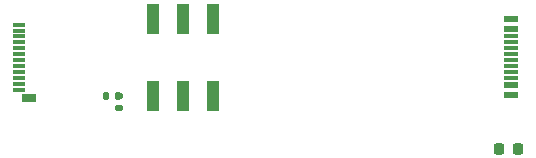
<source format=gtp>
%TF.GenerationSoftware,KiCad,Pcbnew,(6.0.4)*%
%TF.CreationDate,2022-04-23T23:59:38+08:00*%
%TF.ProjectId,USBC_PD_TEST,55534243-5f50-4445-9f54-4553542e6b69,V0.9*%
%TF.SameCoordinates,Original*%
%TF.FileFunction,Paste,Top*%
%TF.FilePolarity,Positive*%
%FSLAX46Y46*%
G04 Gerber Fmt 4.6, Leading zero omitted, Abs format (unit mm)*
G04 Created by KiCad (PCBNEW (6.0.4)) date 2022-04-23 23:59:38*
%MOMM*%
%LPD*%
G01*
G04 APERTURE LIST*
G04 Aperture macros list*
%AMRoundRect*
0 Rectangle with rounded corners*
0 $1 Rounding radius*
0 $2 $3 $4 $5 $6 $7 $8 $9 X,Y pos of 4 corners*
0 Add a 4 corners polygon primitive as box body*
4,1,4,$2,$3,$4,$5,$6,$7,$8,$9,$2,$3,0*
0 Add four circle primitives for the rounded corners*
1,1,$1+$1,$2,$3*
1,1,$1+$1,$4,$5*
1,1,$1+$1,$6,$7*
1,1,$1+$1,$8,$9*
0 Add four rect primitives between the rounded corners*
20,1,$1+$1,$2,$3,$4,$5,0*
20,1,$1+$1,$4,$5,$6,$7,0*
20,1,$1+$1,$6,$7,$8,$9,0*
20,1,$1+$1,$8,$9,$2,$3,0*%
G04 Aperture macros list end*
%ADD10R,1.000000X2.500000*%
%ADD11R,1.160000X0.600000*%
%ADD12R,1.160000X0.300000*%
%ADD13R,1.000000X0.380000*%
%ADD14R,1.150000X0.700000*%
%ADD15RoundRect,0.135000X0.185000X-0.135000X0.185000X0.135000X-0.185000X0.135000X-0.185000X-0.135000X0*%
%ADD16RoundRect,0.135000X-0.135000X-0.185000X0.135000X-0.185000X0.135000X0.185000X-0.135000X0.185000X0*%
%ADD17RoundRect,0.218750X0.218750X0.256250X-0.218750X0.256250X-0.218750X-0.256250X0.218750X-0.256250X0*%
G04 APERTURE END LIST*
D10*
%TO.C,SW1*%
X87664000Y-65734000D03*
X90204000Y-65734000D03*
X92744000Y-65734000D03*
X87664000Y-59234000D03*
X90204000Y-59234000D03*
X92744000Y-59234000D03*
%TD*%
D11*
%TO.C,J1*%
X117948999Y-65684000D03*
X117948999Y-64884000D03*
D12*
X117948999Y-63734000D03*
X117948999Y-62734000D03*
X117948999Y-62234000D03*
X117948999Y-61234000D03*
D11*
X117948999Y-60084000D03*
X117948999Y-59284000D03*
X117948999Y-59284000D03*
X117948999Y-60084000D03*
D12*
X117948999Y-60734000D03*
X117948999Y-61734000D03*
X117948999Y-63234000D03*
X117948999Y-64234000D03*
D11*
X117948999Y-64884000D03*
X117948999Y-65684000D03*
%TD*%
D13*
%TO.C,P1*%
X76273993Y-65234000D03*
X76273993Y-64734000D03*
X76273993Y-64234000D03*
X76273993Y-63734000D03*
X76273993Y-63234000D03*
X76273993Y-62734000D03*
X76273993Y-62234000D03*
X76273993Y-61734000D03*
X76273993Y-61234000D03*
X76273993Y-60734000D03*
X76273993Y-60234000D03*
X76273993Y-59734000D03*
D14*
X77113993Y-65904000D03*
%TD*%
D15*
%TO.C,R2*%
X84743000Y-66804000D03*
X84743000Y-65784000D03*
%TD*%
D16*
%TO.C,R1*%
X83692005Y-65786000D03*
X84712005Y-65786000D03*
%TD*%
D17*
%TO.C,FB1*%
X118533500Y-70231000D03*
X116958500Y-70231000D03*
%TD*%
M02*

</source>
